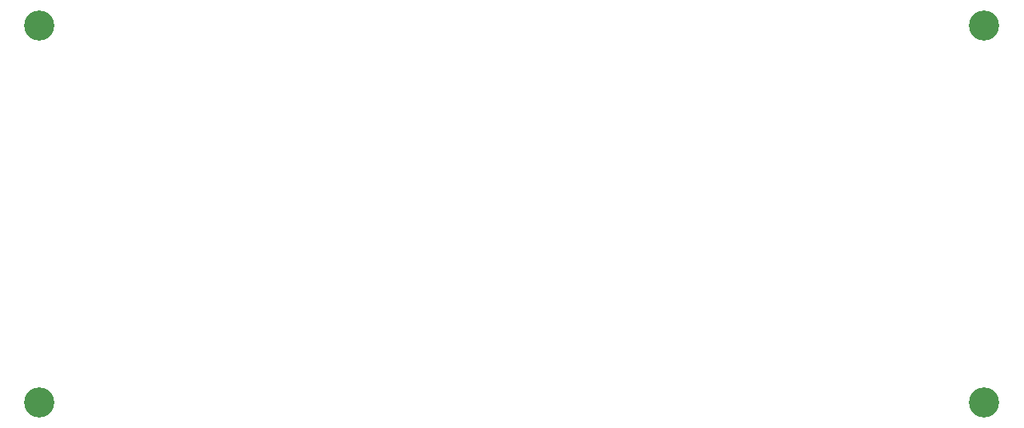
<source format=gbr>
%TF.GenerationSoftware,KiCad,Pcbnew,(6.0.11)*%
%TF.CreationDate,2024-01-03T20:32:58+00:00*%
%TF.ProjectId,LeWiFiModemCase,4c655769-4669-44d6-9f64-656d43617365,rev?*%
%TF.SameCoordinates,Original*%
%TF.FileFunction,Soldermask,Top*%
%TF.FilePolarity,Negative*%
%FSLAX46Y46*%
G04 Gerber Fmt 4.6, Leading zero omitted, Abs format (unit mm)*
G04 Created by KiCad (PCBNEW (6.0.11)) date 2024-01-03 20:32:58*
%MOMM*%
%LPD*%
G01*
G04 APERTURE LIST*
%ADD10C,3.200000*%
G04 APERTURE END LIST*
D10*
%TO.C,REF\u002A\u002A*%
X200197500Y-65855000D03*
%TD*%
%TO.C,REF\u002A\u002A*%
X100197500Y-105855000D03*
%TD*%
%TO.C,REF\u002A\u002A*%
X100197500Y-65855000D03*
%TD*%
%TO.C,REF\u002A\u002A*%
X200197500Y-105855000D03*
%TD*%
M02*

</source>
